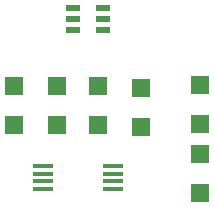
<source format=gbp>
G04 EAGLE Gerber RS-274X export*
G75*
%MOMM*%
%FSLAX34Y34*%
%LPD*%
%INSolderpaste Bottom*%
%IPPOS*%
%AMOC8*
5,1,8,0,0,1.08239X$1,22.5*%
G01*
G04 Define Apertures*
%ADD10R,1.200000X0.550000*%
%ADD11R,1.524000X1.524000*%
%ADD12R,1.780000X0.450000*%
D10*
X123099Y217250D03*
X123099Y226750D03*
X123099Y236250D03*
X149101Y236250D03*
X149101Y217250D03*
X149101Y226750D03*
D11*
X109900Y170160D03*
X109900Y137140D03*
X73500Y137140D03*
X73500Y170160D03*
X144300Y170160D03*
X144300Y137140D03*
X231250Y79290D03*
X231250Y112310D03*
X231250Y170460D03*
X231250Y137440D03*
X181250Y135590D03*
X181250Y168610D03*
D12*
X157350Y102200D03*
X157350Y95700D03*
X157350Y89200D03*
X157350Y82700D03*
X97950Y102200D03*
X97950Y95700D03*
X97950Y89200D03*
X97950Y82700D03*
M02*

</source>
